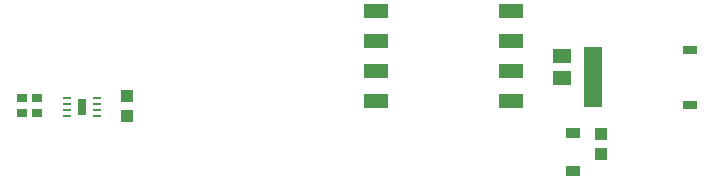
<source format=gbr>
G04 EAGLE Gerber RS-274X export*
G75*
%MOMM*%
%FSLAX34Y34*%
%LPD*%
%INSolderpaste Top*%
%IPPOS*%
%AMOC8*
5,1,8,0,0,1.08239X$1,22.5*%
G01*
%ADD10R,2.032000X1.143000*%
%ADD11R,0.900000X0.700000*%
%ADD12R,1.250000X0.800000*%
%ADD13R,1.500000X5.100000*%
%ADD14R,1.220000X0.910000*%
%ADD15R,1.500000X1.300000*%
%ADD16R,1.000000X1.100000*%
%ADD17R,0.670725X1.371481*%
%ADD18R,0.675000X0.250000*%
%ADD19R,0.200000X1.000000*%


D10*
X330190Y270256D03*
X330190Y244856D03*
X330190Y219456D03*
X330190Y194056D03*
X444510Y194056D03*
X444510Y219456D03*
X444510Y244856D03*
X444510Y270256D03*
D11*
X43434Y183238D03*
X43434Y196238D03*
X30734Y196238D03*
X30734Y183238D03*
D12*
X596140Y190741D03*
X596140Y236741D03*
D13*
X513640Y213741D03*
D14*
X497205Y134272D03*
X497205Y166972D03*
D15*
X487299Y231877D03*
X487299Y212877D03*
D16*
X520319Y149234D03*
X520319Y166234D03*
X119634Y181238D03*
X119634Y198238D03*
D17*
X81530Y188715D03*
D18*
X68909Y196222D03*
X68909Y191222D03*
X68909Y186222D03*
X68909Y181222D03*
X94159Y181222D03*
X94159Y186222D03*
X94159Y191222D03*
X94159Y196222D03*
D19*
X81534Y188722D03*
M02*

</source>
